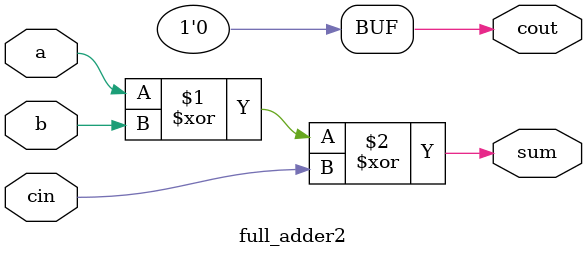
<source format=v>
module full_adder2(a,b,cin,sum,cout);
input a,b,cin;
output sum,cout;
assign sum = a^b^cin;
assign cout = 1'b0; 
// initial begin
//     $display("The incorrect adder with or1 having out/0");
// end   
endmodule
</source>
